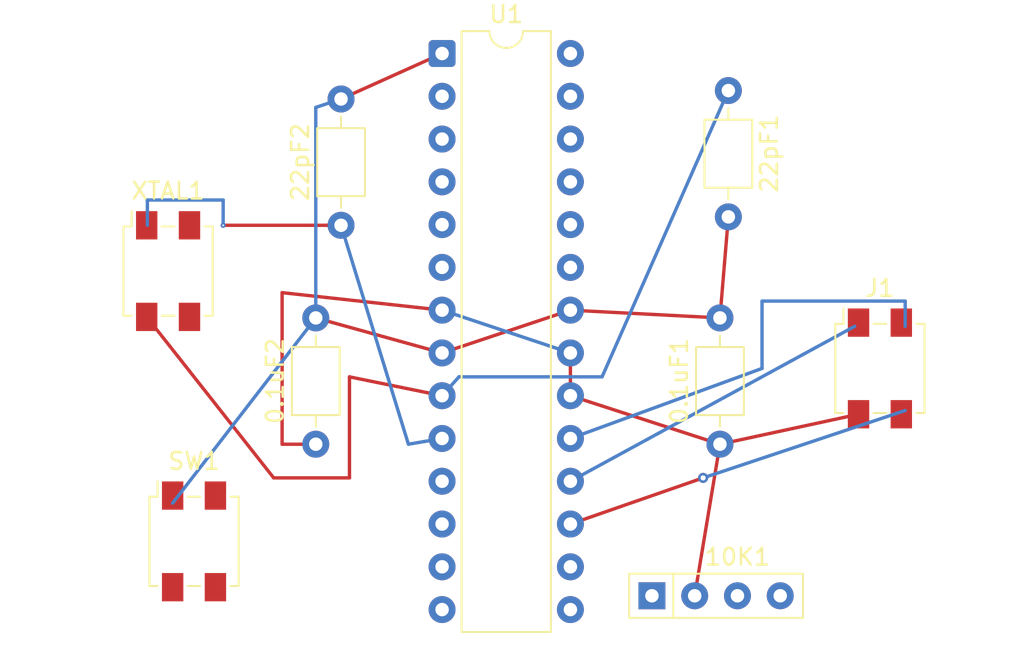
<source format=kicad_pcb>
(kicad_pcb (version 20241229) (generator "pcbnew") (generator_version "9.0")
  (layers (0 "F.Cu" signal) (2 "B.Cu" signal) (13 "F.Paste" user) (15 "B.Paste" user) (5 "F.SilkS" user "F.Silkscreen") (7 "B.SilkS" user "B.Silkscreen") (1 "F.Mask" user) (3 "B.Mask" user) (25 "Edge.Cuts" user))
  (net 0 "")
  (net 1 "GND")
  (net 2 "+5V")
  (net 4 "Net-(U1-XTAL1{slash}PB6)")
  (net 5 "Net-(U1-XTAL2{slash}PB7)")
  (net 6 "Net-(J1-Pin_3)")
  (net 7 "Net-(J1-Pin_1)")
  (net 8 "Net-(J1-Pin_4)")
  (footprint "Connector_Samtec_HLE_SMD:Samtec_HLE-102-02-xxx-DV-BE-LC_2x02_P2.54mm_Horizontal" (layer "F.Cu") (at 102.23 90.22)
    (property "Reference" "XTAL1" (at 0 -4.77 0) (layer "F.SilkS"))
    (property "Value" "ECS-_327-12_5-34B-TR")
    (fp_line (start -2.65 -2.65) (end -2.65 2.65) (stroke (width 0.12)) (layer "F.SilkS"))
    (fp_line (start -2.65 2.65) (end -2.165 2.65) (stroke (width 0.12)) (layer "F.SilkS"))
    (fp_line (start -2.165 -3.56) (end -2.165 -2.65) (stroke (width 0.12)) (layer "F.SilkS"))
    (fp_line (start -2.165 -2.65) (end -2.65 -2.65) (stroke (width 0.12)) (layer "F.SilkS"))
    (fp_line (start -0.375 -2.65) (end 0.375 -2.65) (stroke (width 0.12)) (layer "F.SilkS"))
    (fp_line (start -0.375 2.65) (end 0.375 2.65) (stroke (width 0.12)) (layer "F.SilkS"))
    (fp_line (start 2.165 -2.65) (end 2.65 -2.65) (stroke (width 0.12)) (layer "F.SilkS"))
    (fp_line (start 2.65 -2.65) (end 2.65 2.65) (stroke (width 0.12)) (layer "F.SilkS"))
    (fp_line (start 2.65 2.65) (end 2.165 2.65) (stroke (width 0.12)) (layer "F.SilkS"))
    (pad "" np_thru_hole circle (at -1.27 -1.27) (size 0.97 0.97) (drill 0.97) (layers "*.Cu" "*.Mask"))
    (pad "" np_thru_hole circle (at -1.27 1.27) (size 0.97 0.97) (drill 0.97) (layers "*.Cu" "*.Mask"))
    (pad "" np_thru_hole circle (at 0 0) (size 1.19 1.19) (drill 1.19) (layers "*.Cu" "*.Mask"))
    (pad "" np_thru_hole circle (at 1.27 -1.27) (size 0.97 0.97) (drill 0.97) (layers "*.Cu" "*.Mask"))
    (pad "" np_thru_hole circle (at 1.27 1.27) (size 0.97 0.97) (drill 0.97) (layers "*.Cu" "*.Mask"))
    (pad "1" smd rect (at -1.27 -2.72) (size 1.27 1.68) (layers "F.Cu" "F.Mask" "F.Paste") (net 5 "Net-(U1-XTAL2{slash}PB7)"))
    (pad "2" smd rect (at -1.27 2.72) (size 1.27 1.68) (layers "F.Cu" "F.Mask" "F.Paste") (net 4 "Net-(U1-XTAL1{slash}PB6)"))
    (pad "3" smd rect (at 1.27 -2.72) (size 1.27 1.68) (layers "F.Cu" "F.Mask" "F.Paste"))
    (pad "4" smd rect (at 1.27 2.72) (size 1.27 1.68) (layers "F.Cu" "F.Mask" "F.Paste"))
  )
  (footprint "Capacitor_THT:C_Axial_L3.8mm_D2.6mm_P7.50mm_Horizontal" (layer "F.Cu") (at 135 100.5 90)
    (property "Reference" "0.1uF1" (at 3.75 -2.42 90) (layer "F.SilkS"))
    (property "Value" "C_Small_US")
    (fp_line (start 6.46 0) (end 5.77 0) (stroke (width 0.12)) (layer "F.SilkS"))
    (fp_line (start 1.04 0) (end 1.73 0) (stroke (width 0.12)) (layer "F.SilkS"))
    (fp_rect (start 1.73 -1.42) (end 5.77 1.42) (stroke (width 0.12)) (fill no) (layer "F.SilkS"))
    (pad "1" thru_hole circle (at 0 0 90) (size 1.6 1.6) (drill 0.8) (layers "*.Cu" "*.Mask") (net 2 "+5V"))
    (pad "2" thru_hole circle (at 7.5 0 90) (size 1.6 1.6) (drill 0.8) (layers "*.Cu" "*.Mask") (net 1 "GND"))
  )
  (footprint "Resistor_THT:R_Array_SIP4" (layer "F.Cu") (at 130.96 109.5)
    (property "Reference" "10K1" (at 5.08 -2.31 0) (layer "F.SilkS"))
    (property "Value" "10K")
    (fp_line (start 1.27 -1.31) (end 1.27 1.31) (stroke (width 0.12)) (layer "F.SilkS"))
    (fp_rect (start -1.35 -1.31) (end 8.97 1.31) (stroke (width 0.12)) (fill no) (layer "F.SilkS"))
    (pad "1" thru_hole rect (at 0 0) (size 1.6 1.6) (drill 0.8) (layers "*.Cu" "*.Mask"))
    (pad "2" thru_hole circle (at 2.54 0) (size 1.6 1.6) (drill 0.8) (layers "*.Cu" "*.Mask") (net 2 "+5V"))
    (pad "3" thru_hole circle (at 5.08 0) (size 1.6 1.6) (drill 0.8) (layers "*.Cu" "*.Mask"))
    (pad "4" thru_hole circle (at 7.62 0) (size 1.6 1.6) (drill 0.8) (layers "*.Cu" "*.Mask"))
  )
  (footprint "Package_DIP:DIP-28_W7.62mm" (layer "F.Cu") (at 118.5 77.3)
    (property "Reference" "U1" (at 3.81 -2.33 0) (layer "F.SilkS"))
    (property "Value" "ATmega328P-P")
    (fp_line (start 1.16 -1.33) (end 1.16 34.35) (stroke (width 0.12)) (layer "F.SilkS"))
    (fp_line (start 1.16 34.35) (end 6.46 34.35) (stroke (width 0.12)) (layer "F.SilkS"))
    (fp_line (start 2.81 -1.33) (end 1.16 -1.33) (stroke (width 0.12)) (layer "F.SilkS"))
    (fp_line (start 6.46 -1.33) (end 4.81 -1.33) (stroke (width 0.12)) (layer "F.SilkS"))
    (fp_line (start 6.46 34.35) (end 6.46 -1.33) (stroke (width 0.12)) (layer "F.SilkS"))
    (fp_arc (start 4.81 -1.33) (mid 3.81 -0.33) (end 2.81 -1.33) (stroke (width 0.12)) (layer "F.SilkS"))
    (pad "1" thru_hole roundrect (at 0 0) (size 1.6 1.6) (drill 0.8) (layers "*.Cu" "*.Mask") (roundrect_rratio 0.15625) (net 1 "GND"))
    (pad "2" thru_hole circle (at 0 2.54) (size 1.6 1.6) (drill 0.8) (layers "*.Cu" "*.Mask"))
    (pad "3" thru_hole circle (at 0 5.08) (size 1.6 1.6) (drill 0.8) (layers "*.Cu" "*.Mask"))
    (pad "4" thru_hole circle (at 0 7.62) (size 1.6 1.6) (drill 0.8) (layers "*.Cu" "*.Mask"))
    (pad "5" thru_hole circle (at 0 10.16) (size 1.6 1.6) (drill 0.8) (layers "*.Cu" "*.Mask"))
    (pad "6" thru_hole circle (at 0 12.7) (size 1.6 1.6) (drill 0.8) (layers "*.Cu" "*.Mask"))
    (pad "7" thru_hole circle (at 0 15.24) (size 1.6 1.6) (drill 0.8) (layers "*.Cu" "*.Mask") (net 2 "+5V"))
    (pad "8" thru_hole circle (at 0 17.78) (size 1.6 1.6) (drill 0.8) (layers "*.Cu" "*.Mask") (net 1 "GND"))
    (pad "9" thru_hole circle (at 0 20.32) (size 1.6 1.6) (drill 0.8) (layers "*.Cu" "*.Mask") (net 4 "Net-(U1-XTAL1{slash}PB6)"))
    (pad "10" thru_hole circle (at 0 22.86) (size 1.6 1.6) (drill 0.8) (layers "*.Cu" "*.Mask") (net 5 "Net-(U1-XTAL2{slash}PB7)"))
    (pad "11" thru_hole circle (at 0 25.4) (size 1.6 1.6) (drill 0.8) (layers "*.Cu" "*.Mask"))
    (pad "12" thru_hole circle (at 0 27.94) (size 1.6 1.6) (drill 0.8) (layers "*.Cu" "*.Mask"))
    (pad "13" thru_hole circle (at 0 30.48) (size 1.6 1.6) (drill 0.8) (layers "*.Cu" "*.Mask"))
    (pad "14" thru_hole circle (at 0 33.02) (size 1.6 1.6) (drill 0.8) (layers "*.Cu" "*.Mask"))
    (pad "15" thru_hole circle (at 7.62 33.02) (size 1.6 1.6) (drill 0.8) (layers "*.Cu" "*.Mask"))
    (pad "16" thru_hole circle (at 7.62 30.48) (size 1.6 1.6) (drill 0.8) (layers "*.Cu" "*.Mask"))
    (pad "17" thru_hole circle (at 7.62 27.94) (size 1.6 1.6) (drill 0.8) (layers "*.Cu" "*.Mask") (net 8 "Net-(J1-Pin_4)"))
    (pad "18" thru_hole circle (at 7.62 25.4) (size 1.6 1.6) (drill 0.8) (layers "*.Cu" "*.Mask") (net 7 "Net-(J1-Pin_1)"))
    (pad "19" thru_hole circle (at 7.62 22.86) (size 1.6 1.6) (drill 0.8) (layers "*.Cu" "*.Mask") (net 6 "Net-(J1-Pin_3)"))
    (pad "20" thru_hole circle (at 7.62 20.32) (size 1.6 1.6) (drill 0.8) (layers "*.Cu" "*.Mask") (net 2 "+5V"))
    (pad "21" thru_hole circle (at 7.62 17.78) (size 1.6 1.6) (drill 0.8) (layers "*.Cu" "*.Mask") (net 2 "+5V"))
    (pad "22" thru_hole circle (at 7.62 15.24) (size 1.6 1.6) (drill 0.8) (layers "*.Cu" "*.Mask") (net 1 "GND"))
    (pad "23" thru_hole circle (at 7.62 12.7) (size 1.6 1.6) (drill 0.8) (layers "*.Cu" "*.Mask"))
    (pad "24" thru_hole circle (at 7.62 10.16) (size 1.6 1.6) (drill 0.8) (layers "*.Cu" "*.Mask"))
    (pad "25" thru_hole circle (at 7.62 7.62) (size 1.6 1.6) (drill 0.8) (layers "*.Cu" "*.Mask"))
    (pad "26" thru_hole circle (at 7.62 5.08) (size 1.6 1.6) (drill 0.8) (layers "*.Cu" "*.Mask"))
    (pad "27" thru_hole circle (at 7.62 2.54) (size 1.6 1.6) (drill 0.8) (layers "*.Cu" "*.Mask"))
    (pad "28" thru_hole circle (at 7.62 0) (size 1.6 1.6) (drill 0.8) (layers "*.Cu" "*.Mask"))
  )
  (footprint "Capacitor_THT:C_Axial_L3.8mm_D2.6mm_P7.50mm_Horizontal" (layer "F.Cu") (at 111 100.5 90)
    (property "Reference" "0.1uF2" (at 3.75 -2.42 90) (layer "F.SilkS"))
    (property "Value" "C_Small_US")
    (fp_line (start 6.46 0) (end 5.77 0) (stroke (width 0.12)) (layer "F.SilkS"))
    (fp_line (start 1.04 0) (end 1.73 0) (stroke (width 0.12)) (layer "F.SilkS"))
    (fp_rect (start 1.73 -1.42) (end 5.77 1.42) (stroke (width 0.12)) (fill no) (layer "F.SilkS"))
    (pad "1" thru_hole circle (at 0 0 90) (size 1.6 1.6) (drill 0.8) (layers "*.Cu" "*.Mask") (net 2 "+5V"))
    (pad "2" thru_hole circle (at 7.5 0 90) (size 1.6 1.6) (drill 0.8) (layers "*.Cu" "*.Mask") (net 1 "GND"))
  )
  (footprint "Capacitor_THT:C_Axial_L3.8mm_D2.6mm_P7.50mm_Horizontal" (layer "F.Cu") (at 112.5 87.5 90)
    (property "Reference" "22pF2" (at 3.75 -2.42 90) (layer "F.SilkS"))
    (property "Value" "C_Small_US")
    (fp_line (start 6.46 0) (end 5.77 0) (stroke (width 0.12)) (layer "F.SilkS"))
    (fp_line (start 1.04 0) (end 1.73 0) (stroke (width 0.12)) (layer "F.SilkS"))
    (fp_rect (start 1.73 -1.42) (end 5.77 1.42) (stroke (width 0.12)) (fill no) (layer "F.SilkS"))
    (pad "1" thru_hole circle (at 0 0 90) (size 1.6 1.6) (drill 0.8) (layers "*.Cu" "*.Mask") (net 5 "Net-(U1-XTAL2{slash}PB7)"))
    (pad "2" thru_hole circle (at 7.5 0 90) (size 1.6 1.6) (drill 0.8) (layers "*.Cu" "*.Mask") (net 1 "GND"))
  )
  (footprint "Capacitor_THT:C_Axial_L3.8mm_D2.6mm_P7.50mm_Horizontal" (layer "F.Cu") (at 135.5 79.5 -90)
    (property "Reference" "22pF1" (at 3.75 -2.42 90) (layer "F.SilkS"))
    (property "Value" "C_Small_US")
    (fp_line (start 1.04 0) (end 1.73 0) (stroke (width 0.12)) (layer "F.SilkS"))
    (fp_line (start 6.46 0) (end 5.77 0) (stroke (width 0.12)) (layer "F.SilkS"))
    (fp_rect (start 1.73 -1.42) (end 5.77 1.42) (stroke (width 0.12)) (fill no) (layer "F.SilkS"))
    (pad "1" thru_hole circle (at 0 0 270) (size 1.6 1.6) (drill 0.8) (layers "*.Cu" "*.Mask") (net 4 "Net-(U1-XTAL1{slash}PB6)"))
    (pad "2" thru_hole circle (at 7.5 0 270) (size 1.6 1.6) (drill 0.8) (layers "*.Cu" "*.Mask") (net 1 "GND"))
  )
  (footprint "Connector_Samtec_HLE_SMD:Samtec_HLE-102-02-xxx-DV-BE-LC_2x02_P2.54mm_Horizontal" (layer "F.Cu") (at 144.5 96)
    (property "Reference" "J1" (at 0 -4.77 0) (layer "F.SilkS"))
    (property "Value" "Conn_02x03_Odd_Even")
    (fp_line (start -2.65 -2.65) (end -2.65 2.65) (stroke (width 0.12)) (layer "F.SilkS"))
    (fp_line (start -2.65 2.65) (end -2.165 2.65) (stroke (width 0.12)) (layer "F.SilkS"))
    (fp_line (start -2.165 -3.56) (end -2.165 -2.65) (stroke (width 0.12)) (layer "F.SilkS"))
    (fp_line (start -2.165 -2.65) (end -2.65 -2.65) (stroke (width 0.12)) (layer "F.SilkS"))
    (fp_line (start -0.375 -2.65) (end 0.375 -2.65) (stroke (width 0.12)) (layer "F.SilkS"))
    (fp_line (start -0.375 2.65) (end 0.375 2.65) (stroke (width 0.12)) (layer "F.SilkS"))
    (fp_line (start 2.165 -2.65) (end 2.65 -2.65) (stroke (width 0.12)) (layer "F.SilkS"))
    (fp_line (start 2.65 -2.65) (end 2.65 2.65) (stroke (width 0.12)) (layer "F.SilkS"))
    (fp_line (start 2.65 2.65) (end 2.165 2.65) (stroke (width 0.12)) (layer "F.SilkS"))
    (pad "" np_thru_hole circle (at -1.27 -1.27) (size 0.97 0.97) (drill 0.97) (layers "*.Cu" "*.Mask"))
    (pad "" np_thru_hole circle (at -1.27 1.27) (size 0.97 0.97) (drill 0.97) (layers "*.Cu" "*.Mask"))
    (pad "" np_thru_hole circle (at 0 0) (size 1.19 1.19) (drill 1.19) (layers "*.Cu" "*.Mask"))
    (pad "" np_thru_hole circle (at 1.27 -1.27) (size 0.97 0.97) (drill 0.97) (layers "*.Cu" "*.Mask"))
    (pad "" np_thru_hole circle (at 1.27 1.27) (size 0.97 0.97) (drill 0.97) (layers "*.Cu" "*.Mask"))
    (pad "1" smd rect (at -1.27 -2.72) (size 1.27 1.68) (layers "F.Cu" "F.Mask" "F.Paste") (net 7 "Net-(J1-Pin_1)"))
    (pad "2" smd rect (at -1.27 2.72) (size 1.27 1.68) (layers "F.Cu" "F.Mask" "F.Paste") (net 2 "+5V"))
    (pad "3" smd rect (at 1.27 -2.72) (size 1.27 1.68) (layers "F.Cu" "F.Mask" "F.Paste") (net 6 "Net-(J1-Pin_3)"))
    (pad "4" smd rect (at 1.27 2.72) (size 1.27 1.68) (layers "F.Cu" "F.Mask" "F.Paste") (net 8 "Net-(J1-Pin_4)"))
  )
  (footprint "Connector_Samtec_HLE_SMD:Samtec_HLE-102-02-xxx-DV-BE-LC_2x02_P2.54mm_Horizontal" (layer "F.Cu") (at 103.77 106.27)
    (property "Reference" "SW1" (at 0 -4.77 0) (layer "F.SilkS"))
    (property "Value" "SW_Push")
    (fp_line (start -2.65 -2.65) (end -2.65 2.65) (stroke (width 0.12)) (layer "F.SilkS"))
    (fp_line (start -2.65 2.65) (end -2.165 2.65) (stroke (width 0.12)) (layer "F.SilkS"))
    (fp_line (start -2.165 -3.56) (end -2.165 -2.65) (stroke (width 0.12)) (layer "F.SilkS"))
    (fp_line (start -2.165 -2.65) (end -2.65 -2.65) (stroke (width 0.12)) (layer "F.SilkS"))
    (fp_line (start -0.375 -2.65) (end 0.375 -2.65) (stroke (width 0.12)) (layer "F.SilkS"))
    (fp_line (start -0.375 2.65) (end 0.375 2.65) (stroke (width 0.12)) (layer "F.SilkS"))
    (fp_line (start 2.165 -2.65) (end 2.65 -2.65) (stroke (width 0.12)) (layer "F.SilkS"))
    (fp_line (start 2.65 -2.65) (end 2.65 2.65) (stroke (width 0.12)) (layer "F.SilkS"))
    (fp_line (start 2.65 2.65) (end 2.165 2.65) (stroke (width 0.12)) (layer "F.SilkS"))
    (pad "" np_thru_hole circle (at -1.27 -1.27) (size 0.97 0.97) (drill 0.97) (layers "*.Cu" "*.Mask"))
    (pad "" np_thru_hole circle (at -1.27 1.27) (size 0.97 0.97) (drill 0.97) (layers "*.Cu" "*.Mask"))
    (pad "" np_thru_hole circle (at 0 0) (size 1.19 1.19) (drill 1.19) (layers "*.Cu" "*.Mask"))
    (pad "" np_thru_hole circle (at 1.27 -1.27) (size 0.97 0.97) (drill 0.97) (layers "*.Cu" "*.Mask"))
    (pad "" np_thru_hole circle (at 1.27 1.27) (size 0.97 0.97) (drill 0.97) (layers "*.Cu" "*.Mask"))
    (pad "1" smd rect (at -1.27 -2.72) (size 1.27 1.68) (layers "F.Cu" "F.Mask" "F.Paste") (net 1 "GND"))
    (pad "2" smd rect (at -1.27 2.72) (size 1.27 1.68) (layers "F.Cu" "F.Mask" "F.Paste") (net 1 "GND"))
    (pad "3" smd rect (at 1.27 -2.72) (size 1.27 1.68) (layers "F.Cu" "F.Mask" "F.Paste"))
    (pad "4" smd rect (at 1.27 2.72) (size 1.27 1.68) (layers "F.Cu" "F.Mask" "F.Paste"))
  )
  (segment (start 135 93) (end 135.5 87) (width 0.2) (layer "F.Cu") (net 1))
  (segment (start 111 93) (end 118.5 95.08) (width 0.2) (layer "F.Cu") (net 1))
  (segment (start 135 93) (end 126.12 92.54) (width 0.2) (layer "F.Cu") (net 1))
  (segment (start 126.12 92.54) (end 118.5 95.08) (width 0.2) (layer "F.Cu") (net 1))
  (segment (start 118.5 77.3) (end 112.5 80) (width 0.2) (layer "F.Cu") (net 1))
  (segment (start 111 93) (end 102.5 104) (width 0.2) (layer "B.Cu") (net 1))
  (segment (start 111 93) (end 111 80.5) (width 0.2) (layer "B.Cu") (net 1))
  (segment (start 111 80.5) (end 112.5 80) (width 0.2) (layer "B.Cu") (net 1))
  (segment (start 109 100.5) (end 111 100.5) (width 0.2) (layer "F.Cu") (net 2))
  (segment (start 133.5 109.5) (end 135 100.5) (width 0.2) (layer "F.Cu") (net 2))
  (segment (start 126.12 97.62) (end 126.12 95.08) (width 0.2) (layer "F.Cu") (net 2))
  (segment (start 143.23 98.72) (end 135 100.5) (width 0.2) (layer "F.Cu") (net 2))
  (segment (start 135 100.5) (end 126.12 97.62) (width 0.2) (layer "F.Cu") (net 2))
  (segment (start 109 91.5) (end 109 100.5) (width 0.2) (layer "F.Cu") (net 2))
  (segment (start 118.5 92.54) (end 109 91.5) (width 0.2) (layer "F.Cu") (net 2))
  (segment (start 126.12 95.08) (end 118.5 92.54) (width 0.2) (layer "B.Cu") (net 2))
  (segment (start 113 96.5) (end 113 102.5) (width 0.2) (layer "F.Cu") (net 4))
  (segment (start 113 102.5) (end 108.5 102.5) (width 0.2) (layer "F.Cu") (net 4))
  (segment (start 108.5 102.5) (end 100.96 92.94) (width 0.2) (layer "F.Cu") (net 4))
  (segment (start 118.5 97.62) (end 113 96.5) (width 0.2) (layer "F.Cu") (net 4))
  (segment (start 119.5 96.5) (end 118.5 97.62) (width 0.2) (layer "B.Cu") (net 4))
  (segment (start 135.5 79.5) (end 128 96.5) (width 0.2) (layer "B.Cu") (net 4))
  (segment (start 128 96.5) (end 119.5 96.5) (width 0.2) (layer "B.Cu") (net 4))
  (segment (start 112.5 87.5) (end 105.5 87.5) (width 0.2) (layer "F.Cu") (net 5))
  (via micro (at 105.5 87.5) (size 0.3) (drill 0.1) (layers "F.Cu" "B.Cu") (net 5))
  (segment (start 116.5 100.5) (end 118.5 100.16) (width 0.2) (layer "B.Cu") (net 5))
  (segment (start 105.5 87.5) (end 105.5 86) (width 0.2) (layer "B.Cu") (net 5))
  (segment (start 105.5 86) (end 101 86) (width 0.2) (layer "B.Cu") (net 5))
  (segment (start 112.5 87.5) (end 115.115385 96) (width 0.2) (layer "B.Cu") (net 5))
  (segment (start 101 86) (end 101 87.5) (width 0.2) (layer "B.Cu") (net 5))
  (segment (start 115.115385 96) (end 116.5 100.5) (width 0.2) (layer "B.Cu") (net 5))
  (segment (start 137.5 92) (end 146 92) (width 0.2) (layer "B.Cu") (net 6))
  (segment (start 146 92) (end 146 93.5) (width 0.2) (layer "B.Cu") (net 6))
  (segment (start 126.12 100.16) (end 137.5 96) (width 0.2) (layer "B.Cu") (net 6))
  (segment (start 137.5 96) (end 137.5 92) (width 0.2) (layer "B.Cu") (net 6))
  (segment (start 126.12 102.7) (end 143 93.5) (width 0.2) (layer "B.Cu") (net 7))
  (segment (start 126.12 105.24) (end 134 102.5) (width 0.2) (layer "F.Cu") (net 8))
  (via (at 134 102.5) (size 0.6) (drill 0.3) (layers "F.Cu" "B.Cu") (net 8))
  (segment (start 134 102.5) (end 146 98.5) (width 0.2) (layer "B.Cu") (net 8))
)
</source>
